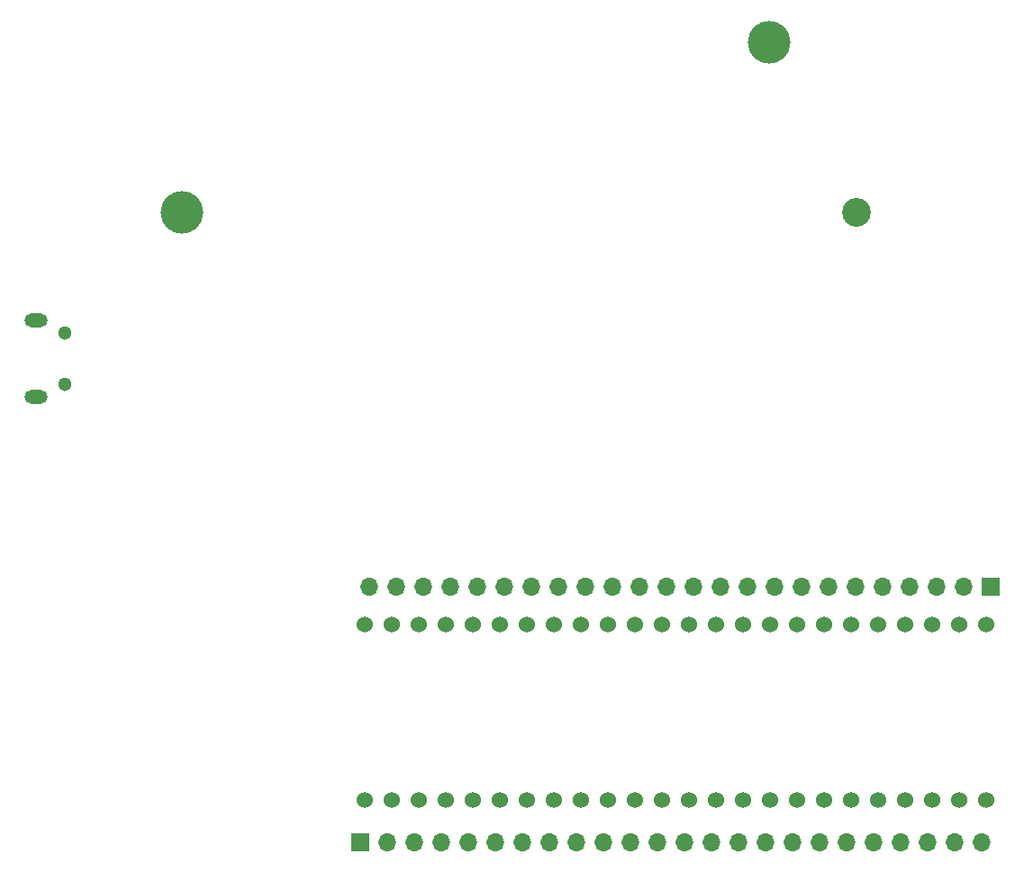
<source format=gbr>
%TF.GenerationSoftware,KiCad,Pcbnew,(7.0.0)*%
%TF.CreationDate,2023-03-21T11:07:28+02:00*%
%TF.ProjectId,SCHEMATICS,53434845-4d41-4544-9943-532e6b696361,rev?*%
%TF.SameCoordinates,Original*%
%TF.FileFunction,Soldermask,Bot*%
%TF.FilePolarity,Negative*%
%FSLAX46Y46*%
G04 Gerber Fmt 4.6, Leading zero omitted, Abs format (unit mm)*
G04 Created by KiCad (PCBNEW (7.0.0)) date 2023-03-21 11:07:28*
%MOMM*%
%LPD*%
G01*
G04 APERTURE LIST*
%ADD10C,1.524000*%
%ADD11C,1.300000*%
%ADD12O,2.200000X1.300000*%
%ADD13R,1.700000X1.700000*%
%ADD14O,1.700000X1.700000*%
%ADD15C,4.000000*%
%ADD16C,2.700000*%
G04 APERTURE END LIST*
D10*
%TO.C,U8*%
X184126500Y-106193500D03*
X181586500Y-106193500D03*
X179046500Y-106193500D03*
X176506500Y-106193500D03*
X173966500Y-106193500D03*
X171426500Y-106193500D03*
X168886500Y-106193500D03*
X166346500Y-106193500D03*
X163806500Y-106193500D03*
X161266500Y-106193500D03*
X158726500Y-106193500D03*
X156186500Y-106193500D03*
X153646500Y-106193500D03*
X151106500Y-106193500D03*
X148566500Y-106193500D03*
X146026500Y-106193500D03*
X143486500Y-106193500D03*
X140946500Y-106193500D03*
X138406500Y-106193500D03*
X135866500Y-106193500D03*
X133326500Y-106193500D03*
X130786500Y-106193500D03*
X128246500Y-106193500D03*
X125706500Y-106193500D03*
X125706500Y-122703500D03*
X128246500Y-122703500D03*
X130786500Y-122703500D03*
X133326500Y-122703500D03*
X135866500Y-122703500D03*
X138406500Y-122703500D03*
X140946500Y-122703500D03*
X143486500Y-122703500D03*
X146026500Y-122703500D03*
X148566500Y-122703500D03*
X151106500Y-122703500D03*
X153646500Y-122703500D03*
X156186500Y-122703500D03*
X158726500Y-122703500D03*
X161266500Y-122703500D03*
X163806500Y-122703500D03*
X166346500Y-122703500D03*
X168886500Y-122703500D03*
X171426500Y-122703500D03*
X173966500Y-122703500D03*
X176506500Y-122703500D03*
X179046500Y-122703500D03*
X181586500Y-122703500D03*
X184126500Y-122703500D03*
%TD*%
D11*
%TO.C,MicroXNJ1*%
X97499111Y-83599886D03*
D12*
X94829057Y-84774891D03*
X94829057Y-77574993D03*
D11*
X97499111Y-78750000D03*
%TD*%
D13*
%TO.C,J2*%
X125306499Y-126703499D03*
D14*
X127846499Y-126703499D03*
X130386499Y-126703499D03*
X132926499Y-126703499D03*
X135466499Y-126703499D03*
X138006499Y-126703499D03*
X140546499Y-126703499D03*
X143086499Y-126703499D03*
X145626499Y-126703499D03*
X148166499Y-126703499D03*
X150706499Y-126703499D03*
X153246499Y-126703499D03*
X155786499Y-126703499D03*
X158326499Y-126703499D03*
X160866499Y-126703499D03*
X163406499Y-126703499D03*
X165946499Y-126703499D03*
X168486499Y-126703499D03*
X171026499Y-126703499D03*
X173566499Y-126703499D03*
X176106499Y-126703499D03*
X178646499Y-126703499D03*
X181186499Y-126703499D03*
X183726499Y-126703499D03*
%TD*%
D15*
%TO.C,U9*%
X108544000Y-67419000D03*
X163744000Y-51419000D03*
D16*
X171964000Y-67419000D03*
%TD*%
D13*
%TO.C,J1*%
X184586499Y-102703499D03*
D14*
X182046499Y-102703499D03*
X179506499Y-102703499D03*
X176966499Y-102703499D03*
X174426499Y-102703499D03*
X171886499Y-102703499D03*
X169346499Y-102703499D03*
X166806499Y-102703499D03*
X164266499Y-102703499D03*
X161726499Y-102703499D03*
X159186499Y-102703499D03*
X156646499Y-102703499D03*
X154106499Y-102703499D03*
X151566499Y-102703499D03*
X149026499Y-102703499D03*
X146486499Y-102703499D03*
X143946499Y-102703499D03*
X141406499Y-102703499D03*
X138866499Y-102703499D03*
X136326499Y-102703499D03*
X133786499Y-102703499D03*
X131246499Y-102703499D03*
X128706499Y-102703499D03*
X126166499Y-102703499D03*
%TD*%
M02*

</source>
